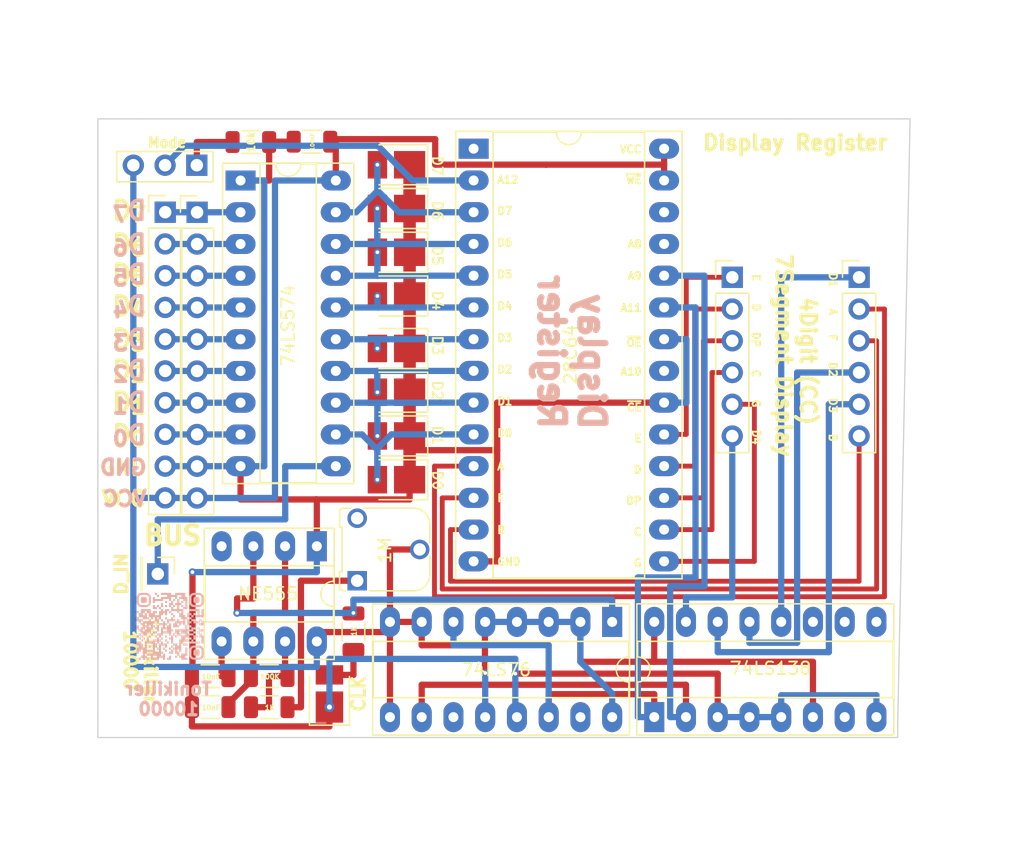
<source format=kicad_pcb>
(kicad_pcb (version 20211014) (generator pcbnew)
  (layers (0 "F.Cu" signal) (31 "B.Cu" signal) (34 "B.Paste" user) (35 "F.Paste" user) (36 "B.SilkS" user "B.Silkscreen") (37 "F.SilkS" user "F.Silkscreen") (38 "B.Mask" user) (39 "F.Mask" user) (44 "Edge.Cuts" user))
  (net 0 "")
  (footprint "LED_SMD:LED_PLCC_2835_Handsoldering" (layer "F.Cu") (at 142.36 82.73 180)
    (fp_text reference "REF**" hide)
    (fp_text value "LED_PLCC_2835_Handsoldering")
    (pad "1" smd rect (at -1.05 0 180) (size 2.5 2.2) (layers "F.Cu" "F.Paste" "F.Mask"))
    (pad "2" smd rect (at 1.525 0 180) (size 1.55 2.2) (layers "F.Cu" "F.Paste" "F.Mask"))
  )
  (footprint "Resistor_SMD:R_1206_3216Metric" (layer "F.Cu") (at 130.71 70.41)
    (fp_text reference "10k" (at 0.02 0.0025 90) (layer "F.SilkS") (effects (font (size 0.6 0.6))))
    (fp_text value "R_1206_3216Metric")
    (pad "1" smd roundrect (at -1.4625 0) (size 1.125 1.75) (layers "F.Cu" "F.Paste" "F.Mask") (roundrect_rratio 0.2222222222))
    (pad "2" smd roundrect (at 1.4625 0) (size 1.125 1.75) (layers "F.Cu" "F.Paste" "F.Mask") (roundrect_rratio 0.2222222222))
  )
  (footprint "Potentiometer_THT:Potentiometer_Runtron_RM-065_Vertical" (layer "F.Cu") (at 139.217143 105.514546 90)
    (fp_text reference "1M" (at 2.435 2.2 90) (layer "F.SilkS"))
    (fp_text value "Potentiometer_Runtron_RM-065_Vertical")
    (pad "1" thru_hole rect (at 0 0 90) (size 1.56 1.56) (drill 1) (layers F&B.Cu *.Mask))
    (pad "2" thru_hole circle (at 2.5 5 90) (size 1.56 1.56) (drill 1) (layers F&B.Cu *.Mask))
    (pad "3" thru_hole circle (at 5 0 90) (size 1.56 1.56) (drill 1) (layers F&B.Cu *.Mask))
  )
  (footprint "Package_DIP:DIP-16_W7.62mm_Socket_LongPads" (layer "F.Cu") (at 162.987143 116.425455 90)
    (fp_text reference "74LS138" (at 3.9 9.3) (layer "F.SilkS"))
    (fp_text value "DIP-16_W7.62mm_Socket_LongPads")
    (pad "1" thru_hole rect (at 0 0 90) (size 2.4 1.6) (drill 0.8) (layers *.Cu *.Mask))
    (pad "2" thru_hole oval (at 0 2.54 90) (size 2.4 1.6) (drill 0.8) (layers *.Cu *.Mask))
    (pad "3" thru_hole oval (at 0 5.08 90) (size 2.4 1.6) (drill 0.8) (layers *.Cu *.Mask))
    (pad "4" thru_hole oval (at 0 7.62 90) (size 2.4 1.6) (drill 0.8) (layers *.Cu *.Mask))
    (pad "5" thru_hole oval (at 0 10.16 90) (size 2.4 1.6) (drill 0.8) (layers *.Cu *.Mask))
    (pad "6" thru_hole oval (at 0 12.7 90) (size 2.4 1.6) (drill 0.8) (layers *.Cu *.Mask))
    (pad "7" thru_hole oval (at 0 15.24 90) (size 2.4 1.6) (drill 0.8) (layers *.Cu *.Mask))
    (pad "8" thru_hole oval (at 0 17.78 90) (size 2.4 1.6) (drill 0.8) (layers *.Cu *.Mask))
    (pad "9" thru_hole oval (at 7.62 17.78 90) (size 2.4 1.6) (drill 0.8) (layers *.Cu *.Mask))
    (pad "10" thru_hole oval (at 7.62 15.24 90) (size 2.4 1.6) (drill 0.8) (layers *.Cu *.Mask))
    (pad "11" thru_hole oval (at 7.62 12.7 90) (size 2.4 1.6) (drill 0.8) (layers *.Cu *.Mask))
    (pad "12" thru_hole oval (at 7.62 10.16 90) (size 2.4 1.6) (drill 0.8) (layers *.Cu *.Mask))
    (pad "13" thru_hole oval (at 7.62 7.62 90) (size 2.4 1.6) (drill 0.8) (layers *.Cu *.Mask))
    (pad "14" thru_hole oval (at 7.62 5.08 90) (size 2.4 1.6) (drill 0.8) (layers *.Cu *.Mask))
    (pad "15" thru_hole oval (at 7.62 2.54 90) (size 2.4 1.6) (drill 0.8) (layers *.Cu *.Mask))
    (pad "16" thru_hole oval (at 7.62 0 90) (size 2.4 1.6) (drill 0.8) (layers *.Cu *.Mask))
  )
  (footprint "LED_SMD:LED_PLCC_2835_Handsoldering" (layer "F.Cu") (at 136.997143 114.574546 90)
    (fp_text reference "CLK" (at 0.01 2.35 90) (layer "F.SilkS") (effects (font (thickness 0.25))))
    (fp_text value "LED_PLCC_2835_Handsoldering")
    (pad "1" smd rect (at -1.05 0 90) (size 2.5 2.2) (layers "F.Cu" "F.Paste" "F.Mask"))
    (pad "2" smd rect (at 1.525 0 90) (size 1.55 2.2) (layers "F.Cu" "F.Paste" "F.Mask"))
  )
  (footprint "Connector_PinHeader_2.54mm:PinHeader_1x10_P2.54mm_Vertical" (layer "F.Cu") (at 126.405 76.035)
    (fp_text reference "BUS" (at -1.957857 25.859546) (layer "F.SilkS") (effects (font (size 1.5 1.5) (thickness 0.375))))
    (fp_text value "PinHeader_1x10_P2.54mm_Vertical")
    (pad "1" thru_hole rect (at 0 0) (size 1.7 1.7) (drill 1) (layers *.Cu *.Mask))
    (pad "2" thru_hole oval (at 0 2.54) (size 1.7 1.7) (drill 1) (layers *.Cu *.Mask))
    (pad "3" thru_hole oval (at 0 5.08) (size 1.7 1.7) (drill 1) (layers *.Cu *.Mask))
    (pad "4" thru_hole oval (at 0 7.62) (size 1.7 1.7) (drill 1) (layers *.Cu *.Mask))
    (pad "5" thru_hole oval (at 0 10.16) (size 1.7 1.7) (drill 1) (layers *.Cu *.Mask))
    (pad "6" thru_hole oval (at 0 12.7) (size 1.7 1.7) (drill 1) (layers *.Cu *.Mask))
    (pad "7" thru_hole oval (at 0 15.24) (size 1.7 1.7) (drill 1) (layers *.Cu *.Mask))
    (pad "8" thru_hole oval (at 0 17.78) (size 1.7 1.7) (drill 1) (layers *.Cu *.Mask))
    (pad "9" thru_hole oval (at 0 20.32) (size 1.7 1.7) (drill 1) (layers *.Cu *.Mask))
    (pad "10" thru_hole oval (at 0 22.86) (size 1.7 1.7) (drill 1) (layers *.Cu *.Mask))
  )
  (footprint "LED_SMD:LED_PLCC_2835_Handsoldering" (layer "F.Cu") (at 142.36 93.93 180)
    (fp_text reference "REF**" hide)
    (fp_text value "LED_PLCC_2835_Handsoldering")
    (pad "1" smd rect (at -1.05 0 180) (size 2.5 2.2) (layers "F.Cu" "F.Paste" "F.Mask"))
    (pad "2" smd rect (at 1.525 0 180) (size 1.55 2.2) (layers "F.Cu" "F.Paste" "F.Mask"))
  )
  (footprint "Connector_PinHeader_2.54mm:PinHeader_1x01_P2.54mm_Vertical" (layer "F.Cu") (at 123.26 104.9725 -90)
    (fp_text reference "D_IN" (at 0 2.92 90) (layer "F.SilkS") (effects (font (thickness 0.25))))
    (fp_text value "PinHeader_1x01_P2.54mm_Vertical")
    (pad "1" thru_hole rect (at 0 0 270) (size 1.7 1.7) (drill 1) (layers *.Cu *.Mask))
  )
  (footprint "Connector_PinHeader_2.54mm:PinHeader_1x06_P2.54mm_Vertical" (layer "F.Cu") (at 169.23 81.235)
    (fp_text reference "REF**" hide)
    (fp_text value "PinHeader_1x06_P2.54mm_Vertical")
    (pad "1" thru_hole rect (at 0 0) (size 1.7 1.7) (drill 1) (layers *.Cu *.Mask))
    (pad "2" thru_hole oval (at 0 2.54) (size 1.7 1.7) (drill 1) (layers *.Cu *.Mask))
    (pad "3" thru_hole oval (at 0 5.08) (size 1.7 1.7) (drill 1) (layers *.Cu *.Mask))
    (pad "4" thru_hole oval (at 0 7.62) (size 1.7 1.7) (drill 1) (layers *.Cu *.Mask))
    (pad "5" thru_hole oval (at 0 10.16) (size 1.7 1.7) (drill 1) (layers *.Cu *.Mask))
    (pad "6" thru_hole oval (at 0 12.7) (size 1.7 1.7) (drill 1) (layers *.Cu *.Mask))
  )
  (footprint "Resistor_SMD:R_1206_3216Metric" (layer "F.Cu") (at 127.457143 115.624546)
    (fp_text reference "10nF" (at 0.05 0.05) (layer "F.SilkS") (effects (font (size 0.4 0.4) (thickness 0.1))))
    (fp_text value "R_1206_3216Metric")
    (pad "1" smd roundrect (at -1.4625 0) (size 1.125 1.75) (layers "F.Cu" "F.Paste" "F.Mask") (roundrect_rratio 0.2222222222))
    (pad "2" smd roundrect (at 1.4625 0) (size 1.125 1.75) (layers "F.Cu" "F.Paste" "F.Mask") (roundrect_rratio 0.2222222222))
  )
  (footprint "Resistor_SMD:R_1206_3216Metric" (layer "F.Cu") (at 135.6 70.3825)
    (fp_text reference "100nF" (at 0.04 0.01 90) (layer "F.SilkS") (effects (font (size 0.3 0.3) (thickness 0.075))))
    (fp_text value "R_1206_3216Metric")
    (pad "1" smd roundrect (at -1.4625 0) (size 1.125 1.75) (layers "F.Cu" "F.Paste" "F.Mask") (roundrect_rratio 0.2222222222))
    (pad "2" smd roundrect (at 1.4625 0) (size 1.125 1.75) (layers "F.Cu" "F.Paste" "F.Mask") (roundrect_rratio 0.2222222222))
  )
  (footprint "LED_SMD:LED_PLCC_2835_Handsoldering" (layer "F.Cu") (at 142.36 97.43 180)
    (fp_text reference "REF**" hide)
    (fp_text value "LED_PLCC_2835_Handsoldering")
    (pad "1" smd rect (at -1.05 0 180) (size 2.5 2.2) (layers "F.Cu" "F.Paste" "F.Mask"))
    (pad "2" smd rect (at 1.525 0 180) (size 1.55 2.2) (layers "F.Cu" "F.Paste" "F.Mask"))
  )
  (footprint "Package_DIP:DIP-16_W7.62mm_Socket_LongPads" (layer "F.Cu") (at 159.62 108.81 -90)
    (fp_text reference "74LS76" (at 3.825 9.275) (layer "F.SilkS"))
    (fp_text value "DIP-16_W7.62mm_Socket_LongPads")
    (pad "1" thru_hole rect (at 0 0 270) (size 2.4 1.6) (drill 0.8) (layers *.Cu *.Mask))
    (pad "2" thru_hole oval (at 0 2.54 270) (size 2.4 1.6) (drill 0.8) (layers *.Cu *.Mask))
    (pad "3" thru_hole oval (at 0 5.08 270) (size 2.4 1.6) (drill 0.8) (layers *.Cu *.Mask))
    (pad "4" thru_hole oval (at 0 7.62 270) (size 2.4 1.6) (drill 0.8) (layers *.Cu *.Mask))
    (pad "5" thru_hole oval (at 0 10.16 270) (size 2.4 1.6) (drill 0.8) (layers *.Cu *.Mask))
    (pad "6" thru_hole oval (at 0 12.7 270) (size 2.4 1.6) (drill 0.8) (layers *.Cu *.Mask))
    (pad "7" thru_hole oval (at 0 15.24 270) (size 2.4 1.6) (drill 0.8) (layers *.Cu *.Mask))
    (pad "8" thru_hole oval (at 0 17.78 270) (size 2.4 1.6) (drill 0.8) (layers *.Cu *.Mask))
    (pad "9" thru_hole oval (at 7.62 17.78 270) (size 2.4 1.6) (drill 0.8) (layers *.Cu *.Mask))
    (pad "10" thru_hole oval (at 7.62 15.24 270) (size 2.4 1.6) (drill 0.8) (layers *.Cu *.Mask))
    (pad "11" thru_hole oval (at 7.62 12.7 270) (size 2.4 1.6) (drill 0.8) (layers *.Cu *.Mask))
    (pad "12" thru_hole oval (at 7.62 10.16 270) (size 2.4 1.6) (drill 0.8) (layers *.Cu *.Mask))
    (pad "13" thru_hole oval (at 7.62 7.62 270) (size 2.4 1.6) (drill 0.8) (layers *.Cu *.Mask))
    (pad "14" thru_hole oval (at 7.62 5.08 270) (size 2.4 1.6) (drill 0.8) (layers *.Cu *.Mask))
    (pad "15" thru_hole oval (at 7.62 2.54 270) (size 2.4 1.6) (drill 0.8) (layers *.Cu *.Mask))
    (pad "16" thru_hole oval (at 7.62 0 270) (size 2.4 1.6) (drill 0.8) (layers *.Cu *.Mask))
  )
  (footprint "Resistor_SMD:R_1206_3216Metric" (layer "F.Cu") (at 138.917143 109.594546 90)
    (fp_text reference "1K" (at 0.05 0.05 90) (layer "F.SilkS") (effects (font (size 0.4 0.4) (thickness 0.1))))
    (fp_text value "R_1206_3216Metric")
    (pad "1" smd roundrect (at -1.4625 0 90) (size 1.125 1.75) (layers "F.Cu" "F.Paste" "F.Mask") (roundrect_rratio 0.2222222222))
    (pad "2" smd roundrect (at 1.4625 0 90) (size 1.125 1.75) (layers "F.Cu" "F.Paste" "F.Mask") (roundrect_rratio 0.2222222222))
  )
  (footprint "Resistor_SMD:R_1206_3216Metric" (layer "F.Cu") (at 127.457143 113.154546)
    (fp_text reference "10nF" (at 0.05 0.05) (layer "F.SilkS") (effects (font (size 0.4 0.4) (thickness 0.1))))
    (fp_text value "R_1206_3216Metric")
    (pad "1" smd roundrect (at -1.4625 0) (size 1.125 1.75) (layers "F.Cu" "F.Paste" "F.Mask") (roundrect_rratio 0.2222222222))
    (pad "2" smd roundrect (at 1.4625 0) (size 1.125 1.75) (layers "F.Cu" "F.Paste" "F.Mask") (roundrect_rratio 0.2222222222))
  )
  (footprint "Package_DIP:DIP-8_W7.62mm_Socket_LongPads" (layer "F.Cu") (at 135.987143 102.754546 -90)
    (fp_text reference "NE555" (at 3.8 3.9) (layer "F.SilkS"))
    (fp_text value "DIP-8_W7.62mm_Socket_LongPads")
    (pad "1" thru_hole rect (at 0 0 270) (size 2.4 1.6) (drill 0.8) (layers *.Cu *.Mask))
    (pad "2" thru_hole oval (at 0 2.54 270) (size 2.4 1.6) (drill 0.8) (layers *.Cu *.Mask))
    (pad "3" thru_hole oval (at 0 5.08 270) (size 2.4 1.6) (drill 0.8) (layers *.Cu *.Mask))
    (pad "4" thru_hole oval (at 0 7.62 270) (size 2.4 1.6) (drill 0.8) (layers *.Cu *.Mask))
    (pad "5" thru_hole oval (at 7.62 7.62 270) (size 2.4 1.6) (drill 0.8) (layers *.Cu *.Mask))
    (pad "6" thru_hole oval (at 7.62 5.08 270) (size 2.4 1.6) (drill 0.8) (layers *.Cu *.Mask))
    (pad "7" thru_hole oval (at 7.62 2.54 270) (size 2.4 1.6) (drill 0.8) (layers *.Cu *.Mask))
    (pad "8" thru_hole oval (at 7.62 0 270) (size 2.4 1.6) (drill 0.8) (layers *.Cu *.Mask))
  )
  (footprint "Connector_PinHeader_2.54mm:PinHeader_1x06_P2.54mm_Vertical" (layer "F.Cu") (at 179.38 81.235)
    (fp_text reference "REF**" hide)
    (fp_text value "PinHeader_1x06_P2.54mm_Vertical")
    (pad "7" thru_hole oval (at 0 12.7) (size 1.7 1.7) (drill 1) (layers *.Cu *.Mask))
    (pad "8" thru_hole oval (at 0 10.16) (size 1.7 1.7) (drill 1) (layers *.Cu *.Mask))
    (pad "9" thru_hole oval (at 0 7.62) (size 1.7 1.7) (drill 1) (layers *.Cu *.Mask))
    (pad "10" thru_hole oval (at 0 5.08) (size 1.7 1.7) (drill 1) (layers *.Cu *.Mask))
    (pad "11" thru_hole oval (at 0 2.54) (size 1.7 1.7) (drill 1) (layers *.Cu *.Mask))
    (pad "12" thru_hole rect (at 0 0) (size 1.7 1.7) (drill 1) (layers *.Cu *.Mask))
  )
  (footprint "LED_SMD:LED_PLCC_2835_Handsoldering" (layer "F.Cu") (at 142.36 79.23 180)
    (fp_text reference "REF**" hide)
    (fp_text value "LED_PLCC_2835_Handsoldering")
    (pad "1" smd rect (at -1.05 0 180) (size 2.5 2.2) (layers "F.Cu" "F.Paste" "F.Mask"))
    (pad "2" smd rect (at 1.525 0 180) (size 1.55 2.2) (layers "F.Cu" "F.Paste" "F.Mask"))
  )
  (footprint "LED_SMD:LED_PLCC_2835_Handsoldering" (layer "F.Cu") (at 142.36 86.93 180)
    (fp_text reference "REF**" hide)
    (fp_text value "LED_PLCC_2835_Handsoldering")
    (pad "1" smd rect (at -1.05 0 180) (size 2.5 2.2) (layers "F.Cu" "F.Paste" "F.Mask"))
    (pad "2" smd rect (at 1.525 0 180) (size 1.55 2.2) (layers "F.Cu" "F.Paste" "F.Mask"))
  )
  (footprint "LED_SMD:LED_PLCC_2835_Handsoldering" (layer "F.Cu") (at 142.36 75.73 180)
    (fp_text reference "REF**" hide)
    (fp_text value "LED_PLCC_2835_Handsoldering")
    (pad "1" smd rect (at -1.05 0 180) (size 2.5 2.2) (layers "F.Cu" "F.Paste" "F.Mask"))
    (pad "2" smd rect (at 1.525 0 180) (size 1.55 2.2) (layers "F.Cu" "F.Paste" "F.Mask"))
  )
  (footprint "Connector_PinHeader_2.54mm:PinHeader_1x03_P2.54mm_Vertical" (layer "F.Cu") (at 126.385 72.265 -90)
    (fp_text reference "Mode" (at -1.815 2.375) (layer "F.SilkS") (effects (font (size 0.8 0.8) (thickness 0.2))))
    (fp_text value "PinHeader_1x03_P2.54mm_Vertical")
    (pad "1" thru_hole rect (at 0 0 270) (size 1.7 1.7) (drill 1) (layers *.Cu *.Mask))
    (pad "2" thru_hole oval (at 0 2.54 270) (size 1.7 1.7) (drill 1) (layers *.Cu *.Mask))
    (pad "3" thru_hole oval (at 0 5.08 270) (size 1.7 1.7) (drill 1) (layers *.Cu *.Mask))
  )
  (footprint "LED_SMD:LED_PLCC_2835_Handsoldering" (layer "F.Cu") (at 142.36 72.23 180)
    (fp_text reference "REF**" hide)
    (fp_text value "LED_PLCC_2835_Handsoldering")
    (pad "1" smd rect (at -1.05 0 180) (size 2.5 2.2) (layers "F.Cu" "F.Paste" "F.Mask"))
    (pad "2" smd rect (at 1.525 0 180) (size 1.55 2.2) (layers "F.Cu" "F.Paste" "F.Mask"))
  )
  (footprint "Package_DIP:DIP-20_W7.62mm_Socket_LongPads" (layer "F.Cu") (at 129.885 73.49)
    (fp_text reference "74LS574" (at 3.8 11.6 90) (layer "F.SilkS"))
    (fp_text value "DIP-20_W7.62mm_Socket_LongPads")
    (pad "1" thru_hole rect (at 0 0) (size 2.4 1.6) (drill 0.8) (layers *.Cu *.Mask))
    (pad "2" thru_hole oval (at 0 2.54) (size 2.4 1.6) (drill 0.8) (layers *.Cu *.Mask))
    (pad "3" thru_hole oval (at 0 5.08) (size 2.4 1.6) (drill 0.8) (layers *.Cu *.Mask))
    (pad "4" thru_hole oval (at 0 7.62) (size 2.4 1.6) (drill 0.8) (layers *.Cu *.Mask))
    (pad "5" thru_hole oval (at 0 10.16) (size 2.4 1.6) (drill 0.8) (layers *.Cu *.Mask))
    (pad "6" thru_hole oval (at 0 12.7) (size 2.4 1.6) (drill 0.8) (layers *.Cu *.Mask))
    (pad "7" thru_hole oval (at 0 15.24) (size 2.4 1.6) (drill 0.8) (layers *.Cu *.Mask))
    (pad "8" thru_hole oval (at 0 17.78) (size 2.4 1.6) (drill 0.8) (layers *.Cu *.Mask))
    (pad "9" thru_hole oval (at 0 20.32) (size 2.4 1.6) (drill 0.8) (layers *.Cu *.Mask))
    (pad "10" thru_hole oval (at 0 22.86) (size 2.4 1.6) (drill 0.8) (layers *.Cu *.Mask))
    (pad "11" thru_hole oval (at 7.62 22.86) (size 2.4 1.6) (drill 0.8) (layers *.Cu *.Mask))
    (pad "12" thru_hole oval (at 7.62 20.32) (size 2.4 1.6) (drill 0.8) (layers *.Cu *.Mask))
    (pad "13" thru_hole oval (at 7.62 17.78) (size 2.4 1.6) (drill 0.8) (layers *.Cu *.Mask))
    (pad "14" thru_hole oval (at 7.62 15.24) (size 2.4 1.6) (drill 0.8) (layers *.Cu *.Mask))
    (pad "15" thru_hole oval (at 7.62 12.7) (size 2.4 1.6) (drill 0.8) (layers *.Cu *.Mask))
    (pad "16" thru_hole oval (at 7.62 10.16) (size 2.4 1.6) (drill 0.8) (layers *.Cu *.Mask))
    (pad "17" thru_hole oval (at 7.62 7.62) (size 2.4 1.6) (drill 0.8) (layers *.Cu *.Mask))
    (pad "18" thru_hole oval (at 7.62 5.08) (size 2.4 1.6) (drill 0.8) (layers *.Cu *.Mask))
    (pad "19" thru_hole oval (at 7.62 2.54) (size 2.4 1.6) (drill 0.8) (layers *.Cu *.Mask))
    (pad "20" thru_hole oval (at 7.62 0) (size 2.4 1.6) (drill 0.8) (layers *.Cu *.Mask))
  )
  (footprint "Resistor_SMD:R_1206_3216Metric" (layer "F.Cu") (at 132.177143 113.144546)
    (fp_text reference "100K" (at 0.05 0.05) (layer "F.SilkS") (effects (font (size 0.4 0.4) (thickness 0.1))))
    (fp_text value "R_1206_3216Metric")
    (pad "1" smd roundrect (at -1.4625 0) (size 1.125 1.75) (layers "F.Cu" "F.Paste" "F.Mask") (roundrect_rratio 0.2222222222))
    (pad "2" smd roundrect (at 1.4625 0) (size 1.125 1.75) (layers "F.Cu" "F.Paste" "F.Mask") (roundrect_rratio 0.2222222222))
  )
  (footprint "Connector_PinHeader_2.54mm:PinHeader_1x10_P2.54mm_Vertical" (layer "F.Cu") (at 123.855 76.025)
    (fp_text reference "BUS" hide)
    (fp_text value "PinHeader_1x10_P2.54mm_Vertical")
    (pad "1" thru_hole rect (at 0 0) (size 1.7 1.7) (drill 1) (layers *.Cu *.Mask))
    (pad "2" thru_hole oval (at 0 2.54) (size 1.7 1.7) (drill 1) (layers *.Cu *.Mask))
    (pad "3" thru_hole oval (at 0 5.08) (size 1.7 1.7) (drill 1) (layers *.Cu *.Mask))
    (pad "4" thru_hole oval (at 0 7.62) (size 1.7 1.7) (drill 1) (layers *.Cu *.Mask))
    (pad "5" thru_hole oval (at 0 10.16) (size 1.7 1.7) (drill 1) (layers *.Cu *.Mask))
    (pad "6" thru_hole oval (at 0 12.7) (size 1.7 1.7) (drill 1) (layers *.Cu *.Mask))
    (pad "7" thru_hole oval (at 0 15.24) (size 1.7 1.7) (drill 1) (layers *.Cu *.Mask))
    (pad "8" thru_hole oval (at 0 17.78) (size 1.7 1.7) (drill 1) (layers *.Cu *.Mask))
    (pad "9" thru_hole oval (at 0 20.32) (size 1.7 1.7) (drill 1) (layers *.Cu *.Mask))
    (pad "10" thru_hole oval (at 0 22.86) (size 1.7 1.7) (drill 1) (layers *.Cu *.Mask))
  )
  (footprint "Package_DIP:DIP-28_W15.24mm_Socket_LongPads" (layer "F.Cu") (at 148.535 70.945)
    (fp_text reference "28C64" (at 7.75 16.47 90) (layer "F.SilkS"))
    (fp_text value "DIP-28_W15.24mm_Socket_LongPads")
    (pad "1" thru_hole rect (at 0 0) (size 2.4 1.6) (drill 0.8) (layers *.Cu *.Mask))
    (pad "2" thru_hole oval (at 0 2.54) (size 2.4 1.6) (drill 0.8) (layers *.Cu *.Mask))
    (pad "3" thru_hole oval (at 0 5.08) (size 2.4 1.6) (drill 0.8) (layers *.Cu *.Mask))
    (pad "4" thru_hole oval (at 0 7.62) (size 2.4 1.6) (drill 0.8) (layers *.Cu *.Mask))
    (pad "5" thru_hole oval (at 0 10.16) (size 2.4 1.6) (drill 0.8) (layers *.Cu *.Mask))
    (pad "6" thru_hole oval (at 0 12.7) (size 2.4 1.6) (drill 0.8) (layers *.Cu *.Mask))
    (pad "7" thru_hole oval (at 0 15.24) (size 2.4 1.6) (drill 0.8) (layers *.Cu *.Mask))
    (pad "8" thru_hole oval (at 0 17.78) (size 2.4 1.6) (drill 0.8) (layers *.Cu *.Mask))
    (pad "9" thru_hole oval (at 0 20.32) (size 2.4 1.6) (drill 0.8) (layers *.Cu *.Mask))
    (pad "10" thru_hole oval (at 0 22.86) (size 2.4 1.6) (drill 0.8) (layers *.Cu *.Mask))
    (pad "11" thru_hole oval (at 0 25.4) (size 2.4 1.6) (drill 0.8) (layers *.Cu *.Mask))
    (pad "12" thru_hole oval (at 0 27.94) (size 2.4 1.6) (drill 0.8) (layers *.Cu *.Mask))
    (pad "13" thru_hole oval (at 0 30.48) (size 2.4 1.6) (drill 0.8) (layers *.Cu *.Mask))
    (pad "14" thru_hole oval (at 0 33.02) (size 2.4 1.6) (drill 0.8) (layers *.Cu *.Mask))
    (pad "15" thru_hole oval (at 15.24 33.02) (size 2.4 1.6) (drill 0.8) (layers *.Cu *.Mask))
    (pad "16" thru_hole oval (at 15.24 30.48) (size 2.4 1.6) (drill 0.8) (layers *.Cu *.Mask))
    (pad "17" thru_hole oval (at 15.24 27.94) (size 2.4 1.6) (drill 0.8) (layers *.Cu *.Mask))
    (pad "18" thru_hole oval (at 15.24 25.4) (size 2.4 1.6) (drill 0.8) (layers *.Cu *.Mask))
    (pad "19" thru_hole oval (at 15.24 22.86) (size 2.4 1.6) (drill 0.8) (layers *.Cu *.Mask))
    (pad "20" thru_hole oval (at 15.24 20.32) (size 2.4 1.6) (drill 0.8) (layers *.Cu *.Mask))
    (pad "21" thru_hole oval (at 15.24 17.78) (size 2.4 1.6) (drill 0.8) (layers *.Cu *.Mask))
    (pad "22" thru_hole oval (at 15.24 15.24) (size 2.4 1.6) (drill 0.8) (layers *.Cu *.Mask))
    (pad "23" thru_hole oval (at 15.24 12.7) (size 2.4 1.6) (drill 0.8) (layers *.Cu *.Mask))
    (pad "24" thru_hole oval (at 15.24 10.16) (size 2.4 1.6) (drill 0.8) (layers *.Cu *.Mask))
    (pad "25" thru_hole oval (at 15.24 7.62) (size 2.4 1.6) (drill 0.8) (layers *.Cu *.Mask))
    (pad "26" thru_hole oval (at 15.24 5.08) (size 2.4 1.6) (drill 0.8) (layers *.Cu *.Mask))
    (pad "27" thru_hole oval (at 15.24 2.54) (size 2.4 1.6) (drill 0.8) (layers *.Cu *.Mask))
    (pad "28" thru_hole oval (at 15.24 0) (size 2.4 1.6) (drill 0.8) (layers *.Cu *.Mask))
  )
  (footprint "Resistor_SMD:R_1206_3216Metric" (layer "F.Cu") (at 132.177143 115.634546)
    (fp_text reference "1K" (at 0.05 0.05) (layer "F.SilkS") (effects (font (size 0.4 0.4) (thickness 0.1))))
    (fp_text value "R_1206_3216Metric")
    (pad "1" smd roundrect (at -1.4625 0) (size 1.125 1.75) (layers "F.Cu" "F.Paste" "F.Mask") (roundrect_rratio 0.2222222222))
    (pad "2" smd roundrect (at 1.4625 0) (size 1.125 1.75) (layers "F.Cu" "F.Paste" "F.Mask") (roundrect_rratio 0.2222222222))
  )
  (footprint "LED_SMD:LED_PLCC_2835_Handsoldering" (layer "F.Cu") (at 142.36 90.43 180)
    (fp_text reference "REF**" hide)
    (fp_text value "LED_PLCC_2835_Handsoldering")
    (pad "1" smd rect (at -1.05 0 180) (size 2.5 2.2) (layers "F.Cu" "F.Paste" "F.Mask"))
    (pad "2" smd rect (at 1.525 0 180) (size 1.55 2.2) (layers "F.Cu" "F.Paste" "F.Mask"))
  )
  (footprint "LOGO" (layer "B.Cu") (at 124.25 109.1625 180)
    (fp_text reference "G***" hide)
    (fp_text value "LOGO" hide)
  )
  (gr_line (start 182.46711 117.06289) (end 182.46711 118.06) (layer "Edge.Cuts") (width 0.1))
  (gr_line (start 183.46 68.56) (end 182.46711 117.06289) (layer "Edge.Cuts") (width 0.1))
  (gr_line (start 183.46 68.56) (end 182.46 68.56) (layer "Edge.Cuts") (width 0.1))
  (gr_line (start 122.07535 68.56) (end 173.459995 68.56) (layer "Edge.Cuts") (width 0.1))
  (gr_line (start 118.47 68.56) (end 122.07535 68.56) (layer "Edge.Cuts") (width 0.1))
  (gr_line (start 182.47 68.56) (end 173.459995 68.56) (layer "Edge.Cuts") (width 0.1))
  (gr_line (start 182.47 118.06) (end 118.46 118.06) (layer "Edge.Cuts") (width 0.1))
  (gr_line (start 118.463784 117.9725) (end 118.47 68.56) (layer "Edge.Cuts") (width 0.1))
  (gr_line (start 118.46 118.06) (end 118.46 117.9725) (layer "Edge.Cuts") (width 0.1))
  (gr_text "D_{1}\n" (at 121.01 91.2525) (layer "B.SilkS") (effects (font (size 1.5 1.5) (thickness 0.3)) (justify mirror)))
  (gr_text "Display\n Register" (at 156.37 87.9725 270) (layer "B.SilkS") (effects (font (size 2 2) (thickness 0.5)) (justify mirror)))
  (gr_text "VCC\n" (at 120.617143 98.9525) (layer "B.SilkS") (effects (font (size 1.2 1.2) (thickness 0.3)) (justify mirror)))
  (gr_text "D_{0}\n" (at 121.01 93.8525) (layer "B.SilkS") (effects (font (size 1.5 1.5) (thickness 0.3)) (justify mirror)))
  (gr_text "D_{6}\n" (at 121.01 78.6025) (layer "B.SilkS") (effects (font (size 1.5 1.5) (thickness 0.3)) (justify mirror)))
  (gr_text "Tonikiller\n10000" (at 124.12 114.9825) (layer "B.SilkS") (effects (font (size 1 1) (thickness 0.25)) (justify mirror)))
  (gr_text "D_{7}\n" (at 121.01 75.9025) (layer "B.SilkS") (effects (font (size 1.5 1.5) (thickness 0.3)) (justify mirror)))
  (gr_text "D_{5}\n" (at 121.01 81.0025) (layer "B.SilkS") (effects (font (size 1.5 1.5) (thickness 0.3)) (justify mirror)))
  (gr_text "D_{3}\n" (at 121.01 86.2025) (layer "B.SilkS") (effects (font (size 1.5 1.5) (thickness 0.3)) (justify mirror)))
  (gr_text "GND" (at 120.502857 96.4525) (layer "B.SilkS") (effects (font (size 1.2 1.2) (thickness 0.3)) (justify mirror)))
  (gr_text "D_{4}\n" (at 121.01 83.5525) (layer "B.SilkS") (effects (font (size 1.5 1.5) (thickness 0.3)) (justify mirror)))
  (gr_text "D_{2}\n" (at 121.01 88.7025) (layer "B.SilkS") (effects (font (size 1.5 1.5) (thickness 0.3)) (justify mirror)))
  (gr_text "GND" (at 151.355714 103.99) (layer "F.SilkS") (effects (font (size 0.6 0.6))))
  (gr_text "A11" (at 161.131428 83.68) (layer "F.SilkS") (effects (font (size 0.6 0.6))))
  (gr_text "D_{5}\n" (at 120.955 81.01) (layer "F.SilkS") (effects (font (size 1.5 1.5) (thickness 0.3))))
  (gr_text "A12" (at 151.27 73.43) (layer "F.SilkS") (effects (font (size 0.6 0.6))))
  (gr_text "D4" (at 145.63 83.094284 270) (layer "F.SilkS") (effects (font (size 0.8 0.8))))
  (gr_text "~{OE}" (at 161.374285 86.48) (layer "F.SilkS") (effects (font (size 0.6 0.6))))
  (gr_text "A10" (at 161.131428 88.78) (layer "F.SilkS") (effects (font (size 0.6 0.6))))
  (gr_text "A" (at 150.698572 96.367272) (layer "F.SilkS") (effects (font (size 0.6 0.6))))
  (gr_text "D_{2}\n" (at 120.955 88.71) (layer "F.SilkS") (effects (font (size 1.5 1.5) (thickness 0.3))))
  (gr_text "G" (at 161.66 104.1) (layer "F.SilkS") (effects (font (size 0.6 0.6))))
  (gr_text "VCC" (at 161.102857 70.99) (layer "F.SilkS") (effects (font (size 0.6 0.6))))
  (gr_text "D2" (at 145.63 90.28714 270) (layer "F.SilkS") (effects (font (size 0.8 0.8))))
  (gr_text "D4" (at 171.13 94.029287 270) (layer "F.SilkS") (effects (font (size 0.6 0.6))))
  (gr_text "~{WE}" (at 161.345714 73.44) (layer "F.SilkS") (effects (font (size 0.6 0.6))))
  (gr_text "D_{4}\n" (at 120.955 83.56) (layer "F.SilkS") (effects (font (size 1.5 1.5) (thickness 0.3))))
  (gr_text "D5" (at 145.63 79.497856 270) (layer "F.SilkS") (effects (font (size 0.8 0.8))))
  (gr_text "C" (at 161.66 101.609) (layer "F.SilkS") (effects (font (size 0.6 0.6))))
  (gr_text "VCC\n" (at 120.53 98.96) (layer "F.SilkS") (effects (font (size 1.2 1.2) (thickness 0.3))))
  (gr_text "GND" (at 120.48 96.46) (layer "F.SilkS") (effects (font (size 1.2 1.2) (thickness 0.3))))
  (gr_text "A8" (at 161.417143 78.59) (layer "F.SilkS") (effects (font (size 0.6 0.6))))
  (gr_text "D_{0}\n" (at 120.955 93.86) (layer "F.SilkS") (effects (font (size 1.5 1.5) (thickness 0.3))))
  (gr_text "D1" (at 151.027143 91.159091) (layer "F.SilkS") (effects (font (size 0.6 0.6))))
  (gr_text "D1" (at 177.29 81.449999 270) (layer "F.SilkS") (effects (font (size 0.6 0.6))))
  (gr_text "C" (at 171.13 88.926429 270) (layer "F.SilkS") (effects (font (size 0.6 0.6))))
  (gr_text "A" (at 177.29 83.991428 270) (layer "F.SilkS") (effects (font (size 0.6 0.6))))
  (gr_text "B" (at 177.28 94.064286 270) (layer "F.SilkS") (effects (font (size 0.6 0.6))))
  (gr_text "B" (at 150.741429 101.44909) (layer "F.SilkS") (effects (font (size 0.6 0.6))))
  (gr_text "D3" (at 151.027143 86.077273) (layer "F.SilkS") (effects (font (size 0.6 0.6))))
  (gr_text "D_{6}\n" (at 120.955 78.61) (layer "F.SilkS") (effects (font (size 1.5 1.5) (thickness 0.3))))
  (gr_text "F" (at 150.698572 98.908181) (layer "F.SilkS") (effects (font (size 0.6 0.6))))
  (gr_text "D" (at 171.14 83.645 270) (layer "F.SilkS") (effects (font (size 0.6 0.6))))
  (gr_text "E" (at 161.688571 94.136) (layer "F.SilkS") (effects (font (size 0.6 0.6))))
  (gr_text "E" (at 171.14 81.265 270) (layer "F.SilkS") (effects (font (size 0.6 0.6))))
  (gr_text "D1" (at 145.63 93.883568 270) (layer "F.SilkS") (effects (font (size 0.8 0.8))))
  (gr_text "D0" (at 145.655 97.48 270) (layer "F.SilkS") (effects (font (size 0.8 0.8))))
  (gr_text "D2" (at 177.28 88.61 270) (layer "F.SilkS") (effects (font (size 0.6 0.6))))
  (gr_text "D2" (at 151.027143 88.618182) (layer "F.SilkS") (effects (font (size 0.6 0.6))))
  (gr_text "D3" (at 145.63 86.690712 270) (layer "F.SilkS") (effects (font (size 0.8 0.8))))
  (gr_text "D6" (at 151.027143 78.454546) (layer "F.SilkS") (effects (font (size 0.6 0.6))))
  (gr_text "D" (at 161.66 96.627) (layer "F.SilkS") (effects (font (size 0.6 0.6))))
  (gr_text "F" (at 177.28 86.068572 270) (layer "F.SilkS") (effects (font (size 0.6 0.6))))
  (gr_text "D3" (at 177.28 91.48 270) (layer "F.SilkS") (effects (font (size 0.6 0.6))))
  (gr_text "Tonikiller\n10000" (at 121.88 111.8925 270) (layer "F.SilkS") (effects (font (size 1 1) (thickness 0.25))))
  (gr_text "D5" (at 151.027143 80.995455) (layer "F.SilkS") (effects (font (size 0.6 0.6))))
  (gr_text "D_{7}\n" (at 120.955 75.91) (layer "F.SilkS") (effects (font (size 1.5 1.5) (thickness 0.3))))
  (gr_text "Display Register" (at 174.26 70.47) (layer "F.SilkS") (effects (font (size 1.2 1.2) (thickness 0.3))))
  (gr_text "D0" (at 151.027143 93.7) (layer "F.SilkS") (effects (font (size 0.6 0.6))))
  (gr_text "D_{3}\n" (at 120.955 86.21) (layer "F.SilkS") (effects (font (size 1.5 1.5) (thickness 0.3))))
  (gr_text "~{CE}" (at 161.388571 91.645) (layer "F.SilkS") (effects (font (size 0.6 0.6))))
  (gr_text "D7" (at 151.027143 75.913637) (layer "F.SilkS") (effects (font (size 0.6 0.6))))
  (gr_text "DP" (at 171.13 86.217858 270) (layer "F.SilkS") (effects (font (size 0.6 0.6))))
  (gr_text "D7" (at 145.63 72.305 270) (layer "F.SilkS") (effects (font (size 0.8 0.8))))
  (gr_text "D_{1}\n" (at 120.955 91.26) (layer "F.SilkS") (effects (font (size 1.5 1.5) (thickness 0.3))))
  (gr_text "G" (at 171.13 91.335 270) (layer "F.SilkS") (effects (font (size 0.6 0.6))))
  (gr_text "A9" (at 161.417143 81.132) (layer "F.SilkS") (effects (font (size 0.6 0.6))))
  (gr_text "D6" (at 145.63 75.901428 270) (layer "F.SilkS") (effects (font (size 0.8 0.8))))
  (gr_text "D4" (at 151.027143 83.536364) (layer "F.SilkS") (effects (font (size 0.6 0.6))))
  (gr_text "DP" (at 161.36 99.118) (layer "F.SilkS") (effects (font (size 0.6 0.6))))
  (gr_text "4Digit (CC)\n7Segment Display " (at 174.33 87.935 270) (layer "F.SilkS") (effects (font (size 1.2 1.2) (thickness 0.3))))
  (segment (start 157.08 112) (end 157.08 108.81) (width 0.5) (layer "F.Cu") (net 0))
  (segment (start 133.639643 113.144546) (end 132.157143 113.144546) (width 0.5) (layer "F.Cu") (net 0))
  (segment (start 166.93 86.315) (end 169.23 86.315) (width 0.39) (layer "F.Cu") (net 0))
  (segment (start 163.775 96.345) (end 166.22 96.345) (width 0.39) (layer "F.Cu") (net 0))
  (segment (start 145.46 72.22) (end 154.35 72.22) (width 0.5) (layer "F.Cu") (net 0))
  (segment (start 146.0225 106.175) (end 180.7825 106.175) (width 0.39) (layer "F.Cu") (net 0))
  (segment (start 134.1375 70.3825) (end 132.1725 70.3825) (width 0.5) (layer "F.Cu") (net 0))
  (segment (start 135.987143 99.01) (end 135.891689 99.01) (width 0.5) (layer "F.Cu") (net 0))
  (segment (start 150.42 103.965) (end 150.42 95.07) (width 0.5) (layer "F.Cu") (net 0))
  (segment (start 129.2475 70.41) (end 126.385 70.41) (width 0.5) (layer "F.Cu") (net 0))
  (segment (start 126.037143 113.154546) (end 125.994643 113.154546) (width 0.5) (layer "F.Cu") (net 0))
  (segment (start 144.38 116.43) (end 144.38 113.84) (width 0.5) (layer "F.Cu") (net 0))
  (segment (start 132.1725 70.41) (end 132.1725 73.49) (width 0.5) (layer "F.Cu") (net 0))
  (segment (start 162.987143 112) (end 175.687143 112) (width 0.5) (layer "F.Cu") (net 0))
  (segment (start 130.907143 102.754546) (end 130.907143 106.934546) (width 0.5) (layer "F.Cu") (net 0))
  (segment (start 130.907143 108.084546) (end 130.907143 110.374546) (width 0.5) (layer "F.Cu") (net 0))
  (segment (start 180.7825 86.315) (end 179.38 86.315) (width 0.39) (layer "F.Cu") (net 0))
  (segment (start 132.1725 73.49) (end 129.885 73.49) (width 0.5) (layer "F.Cu") (net 0))
  (segment (start 171 103.965) (end 171 91.395) (width 0.39) (layer "F.Cu") (net 0))
  (segment (start 125.994643 115.624546) (end 125.994643 113.154546) (width 0.5) (layer "F.Cu") (net 0))
  (segment (start 167.61 88.855) (end 169.23 88.855) (width 0.39) (layer "F.Cu") (net 0))
  (segment (start 163.775 73.485) (end 163.775 72.22) (width 0.5) (layer "F.Cu") (net 0))
  (segment (start 130.907143 110.374546) (end 130.907143 113.144546) (width 0.5) (layer "F.Cu") (net 0))
  (segment (start 141.84 109.624546) (end 141.84 108.81) (width 0.5) (layer "F.Cu") (net 0))
  (segment (start 128.367143 110.374546) (end 128.367143 113.154546) (width 0.5) (layer "F.Cu") (net 0))
  (segment (start 150.42 91.265) (end 163.775 91.265) (width 0.5) (layer "F.Cu") (net 0))
  (segment (start 150.42 95.07) (end 143.41 95.07) (width 0.5) (layer "F.Cu") (net 0))
  (segment (start 128.919643 115.322046) (end 128.919643 115.624546) (width 0.5) (layer "F.Cu") (net 0))
  (segment (start 141.84 103.014546) (end 141.84 108.81) (width 0.5) (layer "F.Cu") (net 0))
  (segment (start 162.987143 114.59) (end 162.987143 116.425455) (width 0.5) (layer "F.Cu") (net 0))
  (segment (start 154.54 116.43) (end 154.54 114.59) (width 0.5) (layer "F.Cu") (net 0))
  (segment (start 179.38 93.935) (end 179.38 105.555) (width 0.39) (layer "F.Cu") (net 0))
  (segment (start 166.93 98.885) (end 166.93 86.315) (width 0.39) (layer "F.Cu") (net 0))
  (segment (start 133.639643 115.634546) (end 134.717143 115.634546) (width 0.5) (layer "F.Cu") (net 0))
  (segment (start 163.775 93.805) (end 165.5525 93.805) (width 0.39) (layer "F.Cu") (net 0))
  (segment (start 175.687143 112) (end 175.687143 116.425455) (width 0.5) (layer "F.Cu") (net 0))
  (segment (start 148.535 98.885) (end 146.0225 98.885) (width 0.39) (layer "F.Cu") (net 0))
  (segment (start 162.987143 112) (end 157.08 112) (width 0.5) (layer "F.Cu") (net 0))
  (segment (start 126.037143 104.824546) (end 126.037143 113.154546) (width 0.5) (layer "F.Cu") (net 0))
  (segment (start 166.22 96.345) (end 166.22 83.775) (width 0.39) (layer "F.Cu") (net 0))
  (segment (start 144.38 108.81) (end 141.84 108.81) (width 0.5) (layer "F.Cu") (net 0))
  (segment (start 149.44 108.81) (end 149.46 108.81) (width 0.5) (layer "F.Cu") (net 0))
  (segment (start 162.56 112.95) (end 151.87 112.95) (width 0.5) (layer "F.Cu") (net 0))
  (segment (start 166.22 83.775) (end 169.23 83.775) (width 0.39) (layer "F.Cu") (net 0))
  (segment (start 135.987143 102.754546) (end 135.987143 99.01) (width 0.5) (layer "F.Cu") (net 0))
  (segment (start 130.907143 106.934546) (end 129.607143 106.934546) (width 0.5) (layer "F.Cu") (net 0))
  (segment (start 135.891689 99.01) (end 129.885 99.01) (width 0.5) (layer "F.Cu") (net 0))
  (segment (start 137.505 70.18) (end 145.46 70.18) (width 0.5) (layer "F.Cu") (net 0))
  (segment (start 135.987143 110.374546) (end 135.987143 109.624546) (width 0.5) (layer "F.Cu") (net 0))
  (segment (start 133.447143 110.374546) (end 133.447143 113.144546) (width 0.5) (layer "F.Cu") (net 0))
  (segment (start 146.0225 98.885) (end 146.0225 106.175) (width 0.39) (layer "F.Cu") (net 0))
  (segment (start 154.35 72.22) (end 163.775 72.22) (width 0.5) (layer "F.Cu") (net 0))
  (segment (start 128.367143 113.154546) (end 128.919643 113.154546) (width 0.5) (layer "F.Cu") (net 0))
  (segment (start 143.41 87.46) (end 143.41 86.93) (width 0.5) (layer "F.Cu") (net 0))
  (segment (start 168.067143 112.95) (end 162.56 112.95) (width 0.5) (layer "F.Cu") (net 0))
  (segment (start 179.38 105.555) (end 146.6825 105.555) (width 0.39) (layer "F.Cu") (net 0))
  (segment (start 149.46 112.9) (end 149.44 112.88) (width 0.5) (layer "F.Cu") (net 0))
  (segment (start 144.38 110.68) (end 149.44 110.68) (width 0.5) (layer "F.Cu") (net 0))
  (segment (start 125.994643 117.174546) (end 136.997143 117.174546) (width 0.5) (layer "F.Cu") (net 0))
  (segment (start 138.917143 113.049546) (end 136.997143 113.049546) (width 0.5) (layer "F.Cu") (net 0))
  (segment (start 163.775 72.22) (end 163.775 70.945) (width 0.5) (layer "F.Cu") (net 0))
  (segment (start 145.4025 96.345) (end 148.535 96.345) (width 0.39) (layer "F.Cu") (net 0))
  (segment (start 132.157143 113.144546) (end 132.157143 115.634546) (width 0.5) (layer "F.Cu") (net 0))
  (segment (start 149.44 110.68) (end 149.44 108.81) (width 0.5) (layer "F.Cu") (net 0))
  (segment (start 129.885 99.01) (end 129.885 96.35) (width 0.5) (layer "F.Cu") (net 0))
  (segment (start 149.44 112.88) (end 149.44 110.68) (width 0.5) (layer "F.Cu") (net 0))
  (segment (start 163.775 98.885) (end 166.93 98.885) (width 0.39) (layer "F.Cu") (net 0))
  (segment (start 154.54 114.59) (end 162.987143 114.59) (width 0.5) (layer "F.Cu") (net 0))
  (segment (start 167.61 101.425) (end 167.61 88.855) (width 0.39) (layer "F.Cu") (net 0))
  (segment (start 125.994643 115.624546) (end 125.994643 117.174546) (width 0.5) (layer "F.Cu") (net 0))
  (segment (start 179.38 83.775) (end 181.4125 83.775) (width 0.39) (layer "F.Cu") (net 0))
  (segment (start 134.717143 115.634546) (end 134.717143 105.514546) (width 0.5) (layer "F.Cu") (net 0))
  (segment (start 130.714643 113.144546) (end 130.714643 113.527046) (width 0.5) (layer "F.Cu") (net 0))
  (segment (start 154.3 72.22) (end 154.35 72.22) (width 0.5) (layer "F.Cu") (net 0))
  (segment (start 150.42 95.07) (end 150.42 91.265) (width 0.5) (layer "F.Cu") (net 0))
  (segment (start 129.607143 106.934546) (end 129.607143 108.094546) (width 0.5) (layer "F.Cu") (net 0))
  (segment (start 136.997143 117.174546) (end 136.997143 115.624546) (width 0.5) (layer "F.Cu") (net 0))
  (segment (start 138.917143 111.057046) (end 138.917143 113.049546) (width 0.5) (layer "F.Cu") (net 0))
  (segment (start 133.447143 102.754546) (end 133.447143 108.084546) (width 0.5) (layer "F.Cu") (net 0))
  (segment (start 163.775 101.425) (end 167.61 101.425) (width 0.39) (layer "F.Cu") (net 0))
  (segment (start 146.6825 101.425) (end 148.535 101.425) (width 0.39) (layer "F.Cu") (net 0))
  (segment (start 141.84 108.81) (end 141.84 116.43) (width 0.5) (layer "F.Cu") (net 0))
  (segment (start 171 91.395) (end 169.23 91.395) (width 0.39) (layer "F.Cu") (net 0))
  (segment (start 143.41 99.01) (end 135.891689 99.01) (width 0.5) (layer "F.Cu") (net 0))
  (segment (start 144.38 108.81) (end 144.38 110.68) (width 0.5) (layer "F.Cu") (net 0))
  (segment (start 132.157143 115.634546) (end 130.714643 115.634546) (width 0.5) (layer "F.Cu") (net 0))
  (segment (start 143.41 97.43) (end 143.41 99.01) (width 0.5) (layer "F.Cu") (net 0))
  (segment (start 133.447143 113.144546) (end 133.639643 113.144546) (width 0.5) (layer "F.Cu") (net 0))
  (segment (start 163.775 103.965) (end 171 103.965) (width 0.39) (layer "F.Cu") (net 0))
  (segment (start 162.987143 108.805455) (end 162.987143 112) (width 0.5) (layer "F.Cu") (net 0))
  (segment (start 137.505 73.49) (end 137.505 70.18) (width 0.5) (layer "F.Cu") (net 0))
  (segment (start 126.385 70.41) (end 126.385 72.265) (width 0.5) (layer "F.Cu") (net 0))
  (segment (start 143.41 95.07) (end 143.41 93.93) (width 0.5) (layer "F.Cu") (net 0))
  (segment (start 130.907143 113.144546) (end 130.714643 113.144546) (width 0.5) (layer "F.Cu") (net 0))
  (segment (start 143.41 72.23) (end 143.41 97.43) (width 1) (layer "F.Cu") (net 0))
  (segment (start 133.447143 108.084546) (end 130.907143 108.084546) (width 0.5) (layer "F.Cu") (net 0))
  (segment (start 145.46 70.18) (end 145.46 72.22) (width 0.5) (layer "F.Cu") (net 0))
  (segment (start 134.717143 105.514546) (end 139.217143 105.514546) (width 0.5) (layer "F.Cu") (net 0))
  (segment (start 146.6825 105.555) (end 146.6825 101.425) (width 0.39) (layer "F.Cu") (net 0))
  (segment (start 181.4125 106.795) (end 145.4025 106.795) (width 0.39) (layer "F.Cu") (net 0))
  (segment (start 130.714643 113.527046) (end 128.919643 115.322046) (width 0.5) (layer "F.Cu") (net 0))
  (segment (start 165.527143 113.84) (end 165.527143 116.425455) (width 0.5) (layer "F.Cu") (net 0))
  (segment (start 180.7825 106.175) (end 180.7825 86.315) (width 0.39) (layer "F.Cu") (net 0))
  (segment (start 165.5525 81.235) (end 169.23 81.235) (width 0.39) (layer "F.Cu") (net 0))
  (segment (start 168.067143 116.425455) (end 168.067143 112.95) (width 0.5) (layer "F.Cu") (net 0))
  (segment (start 181.4125 83.775) (end 181.4125 106.795) (width 0.39) (layer "F.Cu") (net 0))
  (segment (start 135.987143 109.624546) (end 141.84 109.624546) (width 0.5) (layer "F.Cu") (net 0))
  (segment (start 144.217143 103.014546) (end 141.84 103.014546) (width 0.5) (layer "F.Cu") (net 0))
  (segment (start 145.4025 106.795) (end 145.4025 96.345) (width 0.39) (layer "F.Cu") (net 0))
  (segment (start 148.535 103.965) (end 150.42 103.965) (width 0.5) (layer "F.Cu") (net 0))
  (segment (start 165.5525 93.805) (end 165.5525 81.235) (width 0.39) (layer "F.Cu") (net 0))
  (segment (start 132.1725 70.3825) (end 132.1725 70.41) (width 0.5) (layer "F.Cu") (net 0))
  (segment (start 144.38 113.84) (end 165.527143 113.84) (width 0.5) (layer "F.Cu") (net 0))
  (via (at 140.835 86.93) (size 0.6) (drill 0.3) (layers "F.Cu" "B.Cu") (net 0))
  (via (at 140.835 79.23) (size 0.6) (drill 0.3) (layers "F.Cu" "B.Cu") (net 0))
  (via (at 136.997143 115.624546) (size 0.8) (drill 0.4) (layers "F.Cu" "B.Cu") (net 0))
  (via (at 149.46 112.9) (size 0.6) (drill 0.3) (layers "F.Cu" "B.Cu") (net 0))
  (via (at 140.835 75.73) (size 0.6) (drill 0.3) (layers "F.Cu" "B.Cu") (net 0))
  (via (at 140.835 72.23) (size 0.6) (drill 0.3) (layers "F.Cu" "B.Cu") (net 0))
  (via (at 138.917143 108.094546) (size 0.6) (drill 0.3) (layers "F.Cu" "B.Cu") (net 0))
  (via (at 151.87 112.95) (size 0.6) (drill 0.3) (layers "F.Cu" "B.Cu") (net 0))
  (via (at 129.607143 108.094546) (size 0.6) (drill 0.3) (layers "F.Cu" "B.Cu") (net 0))
  (via (at 126.037143 104.824546) (size 0.6) (drill 0.3) (layers "F.Cu" "B.Cu") (net 0))
  (via (at 140.835 90.43) (size 0.6) (drill 0.3) (layers "F.Cu" "B.Cu") (net 0))
  (via (at 140.835 97.43) (size 0.6) (drill 0.3) (layers "F.Cu" "B.Cu") (net 0))
  (via (at 140.835 82.73) (size 0.6) (drill 0.3) (layers "F.Cu" "B.Cu") (net 0))
  (via (at 140.835 93.93) (size 0.6) (drill 0.3) (layers "F.Cu" "B.Cu") (net 0))
  (segment (start 140.87 70.71) (end 125.39 70.71) (width 0.5) (layer "B.Cu") (net 0))
  (segment (start 123.855 96.35) (end 123.855 96.345) (width 0.5) (layer "B.Cu") (net 0))
  (segment (start 129.885 96.35) (end 123.855 96.35) (width 0.5) (layer "B.Cu") (net 0))
  (segment (start 157.08 108.81) (end 149.46 108.81) (width 0.5) (layer "B.Cu") (net 0))
  (segment (start 161.68 105.25) (end 161.68 116.425455) (width 0.5) (layer "B.Cu") (net 0))
  (segment (start 129.885 86.19) (end 123.855 86.19) (width 0.5) (layer "B.Cu") (net 0))
  (segment (start 139.13 76.03) (end 137.505 76.03) (width 0.5) (layer "B.Cu") (net 0))
  (segment (start 146.92 110.67) (end 146.92 108.81) (width 0.5) (layer "B.Cu") (net 0))
  (segment (start 138.917143 107.03) (end 138.917143 108.094546) (width 0.5) (layer "B.Cu") (net 0))
  (segment (start 123.855 81.11) (end 123.855 81.105) (width 0.5) (layer "B.Cu") (net 0))
  (segment (start 140.835 93.93) (end 140.835 91.27) (width 0.5) (layer "B.Cu") (net 0))
  (segment (start 140.67 86.19) (end 137.505 86.19) (width 0.5) (layer "B.Cu") (net 0))
  (segment (start 129.885 81.11) (end 123.855 81.11) (width 0.5) (layer "B.Cu") (net 0))
  (segment (start 136.997143 111.77) (end 136.997143 115.624546) (width 0.5) (layer "B.Cu") (net 0))
  (segment (start 140.835 97.43) (end 140.835 95.035) (width 0.5) (layer "B.Cu") (net 0))
  (segment (start 151.87 116.43) (end 152 116.43) (width 0.5) (layer "B.Cu") (net 0))
  (segment (start 173.147143 81.235) (end 173.147143 108.805455) (width 0.5) (layer "B.Cu") (net 0))
  (segment (start 139.61 93.81) (end 137.505 93.81) (width 0.5) (layer "B.Cu") (net 0))
  (segment (start 135.987143 104.824546) (end 126.037143 104.824546) (width 0.5) (layer "B.Cu") (net 0))
  (segment (start 123.845 72.255) (end 123.845 72.265) (width 0.5) (layer "B.Cu") (net 0))
  (segment (start 121.305 98.885) (end 121.305 112.414546) (width 0.5) (layer "B.Cu") (net 0))
  (segment (start 180.767143 114.68) (end 173.147143 114.68) (width 0.5) (layer "B.Cu") (net 0))
  (segment (start 169.23 93.935) (end 169.23 106.85) (width 0.5) (layer "B.Cu") (net 0))
  (segment (start 165.527143 106.85) (end 165.527143 108.805455) (width 0.5) (layer "B.Cu") (net 0))
  (segment (start 140.835 94.925) (end 140.835 97.43) (width 0.5) (layer "B.Cu") (net 0))
  (segment (start 129.885 73.49) (end 131.78 73.49) (width 0.5) (layer "B.Cu") (net 0))
  (segment (start 174.42 88.855) (end 174.42 110.48) (width 0.5) (layer "B.Cu") (net 0))
  (segment (start 154.54 116.43) (end 154.54 110.67) (width 0.5) (layer "B.Cu") (net 0))
  (segment (start 159.62 114.54) (end 157.08 112) (width 0.5) (layer "B.Cu") (net 0))
  (segment (start 141.955 93.805) (end 140.835 94.925) (width 0.5) (layer "B.Cu") (net 0))
  (segment (start 133.457143 96.35) (end 133.457143 100.604546) (width 0.5) (layer "B.Cu") (net 0))
  (segment (start 163.775 86.185) (end 165.56 86.185) (width 0.5) (layer "B.Cu") (net 0))
  (segment (start 137.505 73.49) (end 132.64 73.49) (width 0.5) (layer "B.Cu") (net 0))
  (segment (start 149.46 112.9) (end 149.46 116.43) (width 0.5) (layer "B.Cu") (net 0))
  (segment (start 123.855 91.27) (end 123.855 91.265) (width 0.5) (layer "B.Cu") (net 0))
  (segment (start 135.987143 112.414546) (end 135.987143 110.374546) (width 0.5) (layer "B.Cu") (net 0))
  (segment (start 165.56 86.185) (end 165.56 91.265) (width 0.5) (layer "B.Cu") (net 0))
  (segment (start 166.29 83.645) (end 166.29 105.25) (width 0.5) (layer "B.Cu") (net 0))
  (segment (start 140.84 93.93) (end 140.835 93.93) (width 0.5) (layer "B.Cu") (net 0))
  (segment (start 151.87 112.95) (end 151.87 116.43) (width 0.5) (layer "B.Cu") (net 0))
  (segment (start 135.987143 102.754546) (end 135.987143 104.824546) (width 0.5) (layer "B.Cu") (net 0))
  (segment (start 140.84 83.61) (end 140.84 82.73) (width 0.5) (layer "B.Cu") (net 0))
  (segment (start 176.96 91.395) (end 179.38 91.395) (width 0.5) (layer "B.Cu") (net 0))
  (segment (start 126.405 98.895) (end 123.855 98.895) (width 0.5) (layer "B.Cu") (net 0))
  (segment (start 123.26 100.604546) (end 123.26 104.9725) (width 0.5) (layer "B.Cu") (net 0))
  (segment (start 121.305 112.414546) (end 135.987143 112.414546) (width 0.5) (layer "B.Cu") (net 0))
  (segment (start 140.895 81.105) (end 140.835 81.045) (width 0.5) (layer "B.Cu") (net 0))
  (segment (start 168.067143 108.805455) (end 168.067143 111.23) (width 0.5) (layer "B.Cu") (net 0))
  (segment (start 140.67 86.19) (end 140.77 86.19) (width 0.5) (layer "B.Cu") (net 0))
  (segment (start 161.68 116.425455) (end 162.987143 116.425455) (width 0.5) (layer "B.Cu") (net 0))
  (segment (start 151.87 112.95) (end 151.87 111.77) (width 0.5) (layer "B.Cu") (net 0))
  (segment (start 173.147143 114.68) (end 173.147143 116.425455) (width 0.5) (layer "B.Cu") (net 0))
  (segment (start 140.835 95.035) (end 139.61 93.81) (width 0.5) (layer "B.Cu") (net 0))
  (segment (start 123.855 93.81) (end 123.855 93.805) (width 0.5) (layer "B.Cu") (net 0))
  (segment (start 125.39 70.71) (end 123.845 72.255) (width 0.5) (layer "B.Cu") (net 0))
  (segment (start 148.535 93.805) (end 141.955 93.805) (width 0.5) (layer "B.Cu") (net 0))
  (segment (start 123.855 86.19) (end 123.855 86.185) (width 0.5) (layer "B.Cu") (net 0))
  (segment (start 129.885 76.03) (end 123.855 76.03) (width 0.5) (layer "B.Cu") (net 0))
  (segment (start 157.08 112) (end 157.08 108.81) (width 0.5) (layer "B.Cu") (net 0))
  (segment (start 170.607143 110.48) (end 170.607143 108.805455) (width 0.5) (layer "B.Cu") (net 0))
  (segment (start 148.53 86.19) (end 140.67 86.19) (width 0.5) (layer "B.Cu") (net 0))
  (segment (start 123.855 83.65) (end 123.855 83.645) (width 0.5) (layer "B.Cu") (net 0))
  (segment (start 129.885 88.73) (end 123.855 88.73) (width 0.5) (layer "B.Cu") (net 0))
  (segment (start 140.835 72.23) (end 140.835 74.325) (width 0.5) (layer "B.Cu") (net 0))
  (segment (start 140.82 88.725) (end 140.82 90.43) (width 0.5) (layer "B.Cu") (net 0))
  (segment (start 140.82 90.43) (end 140.835 90.43) (width 0.5) (layer "B.Cu") (net 0))
  (segment (start 168.067143 111.23) (end 176.96 111.23) (width 0.5) (layer "B.Cu") (net 0))
  (segment (start 159.62 108.81) (end 159.62 107.03) (width 0.5) (layer "B.Cu") (net 0))
  (segment (start 140.835 79.23) (end 140.835 81.11) (width 0.5) (layer "B.Cu") (net 0))
  (segment (start 151.87 111.77) (end 136.997143 111.77) (width 0.5) (layer "B.Cu") (net 0))
  (segment (start 129.885 78.57) (end 123.855 78.57) (width 0.5) (layer "B.Cu") (net 0))
  (segment (start 129.607143 108.094546) (end 130.907143 108.094546) (width 0.5) (layer "B.Cu") (net 0))
  (segment (start 123.855 98.895) (end 123.855 98.885) (width 0.5) (layer "B.Cu") (net 0))
  (segment (start 140.82 78.57) (end 140.82 75.73) (width 0.5) (layer "B.Cu") (net 0))
  (segment (start 179.38 88.855) (end 174.42 88.855) (width 0.5) (layer "B.Cu") (net 0))
  (segment (start 167.01 105.95) (end 164.26 105.95) (width 0.5) (layer "B.Cu") (net 0))
  (segment (start 140.835 88.73) (end 137.505 88.73) (width 0.5) (layer "B.Cu") (net 0))
  (segment (start 133.457143 100.604546) (end 123.26 100.604546) (width 0.5) (layer "B.Cu") (net 0))
  (segment (start 164.26 116.425455) (end 165.527143 116.425455) (width 0.5) (layer "B.Cu") (net 0))
  (segment (start 140.835 74.325) (end 139.13 76.03) (width 0.5) (layer "B.Cu") (net 0))
  (segment (start 148.535 88.725) (end 140.82 88.725) (width 0.5) (layer "B.Cu") (net 0))
  (segment (start 140.835 81.11) (end 137.505 81.11) (width 0.5) (layer "B.Cu") (net 0))
  (segment (start 137.505 96.35) (end 133.457143 96.35) (width 0.5) (layer "B.Cu") (net 0))
  (segment (start 142.58 76.03) (end 140.835 74.285) (width 0.5) (layer "B.Cu") (net 0))
  (segment (start 140.88 83.65) (end 140.84 83.61) (width 0.5) (layer "B.Cu") (net 0))
  (segment (start 140.835 90.43) (end 140.835 88.73) (width 0.5) (layer "B.Cu") (net 0))
  (segment (start 163.775 81.105) (end 167.01 81.105) (width 0.5) (layer "B.Cu") (net 0))
  (segment (start 140.835 81.045) (end 140.835 79.23) (width 0.5) (layer "B.Cu") (net 0))
  (segment (start 131.78 73.49) (end 131.78 96.35) (width 0.5) (layer "B.Cu") (net 0))
  (segment (start 121.305 98.885) (end 123.855 98.885) (width 0.5) (layer "B.Cu") (net 0))
  (segment (start 148.535 73.485) (end 143.645 73.485) (width 0.5) (layer "B.Cu") (net 0))
  (segment (start 140.82 75.73) (end 140.835 75.73) (width 0.5) (layer "B.Cu") (net 0))
  (segment (start 140.88 83.65) (end 137.505 83.65) (width 0.5) (layer "B.Cu") (net 0))
  (segment (start 174.42 110.48) (end 170.607143 110.48) (width 0.5) (layer "B.Cu") (net 0))
  (segment (start 123.855 76.03) (end 123.855 76.025) (width 0.5) (layer "B.Cu") (net 0))
  (segment (start 138.917143 108.094546) (end 130.907143 108.094546) (width 0.5) (layer "B.Cu") (net 0))
  (segment (start 140.84 91.265) (end 140.84 93.93) (width 0.5) (layer "B.Cu") (net 0))
  (segment (start 168.067143 116.425455) (end 173.147143 116.425455) (width 0.5) (layer "B.Cu") (net 0))
  (segment (start 179.38 81.235) (end 173.147143 81.235) (width 0.5) (layer "B.Cu") (net 0))
  (segment (start 180.767143 116.425455) (end 180.767143 114.68) (width 0.5) (layer "B.Cu") (net 0))
  (segment (start 132.64 73.49) (end 132.64 98.895) (width 0.5) (layer "B.Cu") (net 0))
  (segment (start 140.84 82.73) (end 140.835 82.73) (width 0.5) (layer "B.Cu") (net 0))
  (segment (start 132.64 98.895) (end 126.405 98.895) (width 0.5) (layer "B.Cu") (net 0))
  (segment (start 154.54 110.67) (end 146.92 110.67) (width 0.5) (layer "B.Cu") (net 0))
  (segment (start 159.62 116.43) (end 159.62 114.54) (width 0.5) (layer "B.Cu") (net 0))
  (segment (start 121.305 72.265) (end 121.305 98.885) (width 0.5) (layer "B.Cu") (net 0))
  (segment (start 167.01 81.105) (end 167.01 105.95) (width 0.5) (layer "B.Cu") (net 0))
  (segment (start 166.29 105.25) (end 161.68 105.25) (width 0.5) (layer "B.Cu") (net 0))
  (segment (start 169.23 106.85) (end 165.527143 106.85) (width 0.5) (layer "B.Cu") (net 0))
  (segment (start 140.835 75.73) (end 140.835 78.57) (width 0.5) (layer "B.Cu") (net 0))
  (segment (start 129.885 83.65) (end 123.855 83.65) (width 0.5) (layer "B.Cu") (net 0))
  (segment (start 140.77 86.19) (end 140.835 86.255) (width 0.5) (layer "B.Cu") (net 0))
  (segment (start 148.53 76.03) (end 142.58 76.03) (width 0.5) (layer "B.Cu") (net 0))
  (segment (start 164.26 105.95) (end 164.26 116.425455) (width 0.5) (layer "B.Cu") (net 0))
  (segment (start 148.535 81.105) (end 140.895 81.105) (width 0.5) (layer "B.Cu") (net 0))
  (segment (start 148.53 78.57) (end 140.82 78.57) (width 0.5) (layer "B.Cu") (net 0))
  (segment (start 131.78 96.35) (end 129.885 96.35) (width 0.5) (layer "B.Cu") (net 0))
  (segment (start 140.835 91.27) (end 137.505 91.27) (width 0.5) (layer "B.Cu") (net 0))
  (segment (start 163.775 83.645) (end 166.29 83.645) (width 0.5) (layer "B.Cu") (net 0))
  (segment (start 148.535 91.265) (end 140.84 91.265) (width 0.5) (layer "B.Cu") (net 0))
  (segment (start 140.835 86.255) (end 140.835 86.93) (width 0.5) (layer "B.Cu") (net 0))
  (segment (start 148.53 83.65) (end 140.88 83.65) (width 0.5) (layer "B.Cu") (net 0))
  (segment (start 129.885 93.81) (end 123.855 93.81) (width 0.5) (layer "B.Cu") (net 0))
  (segment (start 143.645 73.485) (end 140.87 70.71) (width 0.5) (layer "B.Cu") (net 0))
  (segment (start 140.835 74.285) (end 140.835 72.23) (width 0.5) (layer "B.Cu") (net 0))
  (segment (start 159.62 107.03) (end 138.917143 107.03) (width 0.5) (layer "B.Cu") (net 0))
  (segment (start 123.855 88.73) (end 123.855 88.725) (width 0.5) (layer "B.Cu") (net 0))
  (segment (start 123.855 78.57) (end 123.855 78.565) (width 0.5) (layer "B.Cu") (net 0))
  (segment (start 140.835 78.57) (end 137.505 78.57) (width 0.5) (layer "B.Cu") (net 0))
  (segment (start 176.96 111.23) (end 176.96 91.395) (width 0.5) (layer "B.Cu") (net 0))
  (segment (start 165.56 91.265) (end 163.775 91.265) (width 0.5) (layer "B.Cu") (net 0))
  (segment (start 129.885 91.27) (end 123.855 91.27) (width 0.5) (layer "B.Cu") (net 0))
)
</source>
